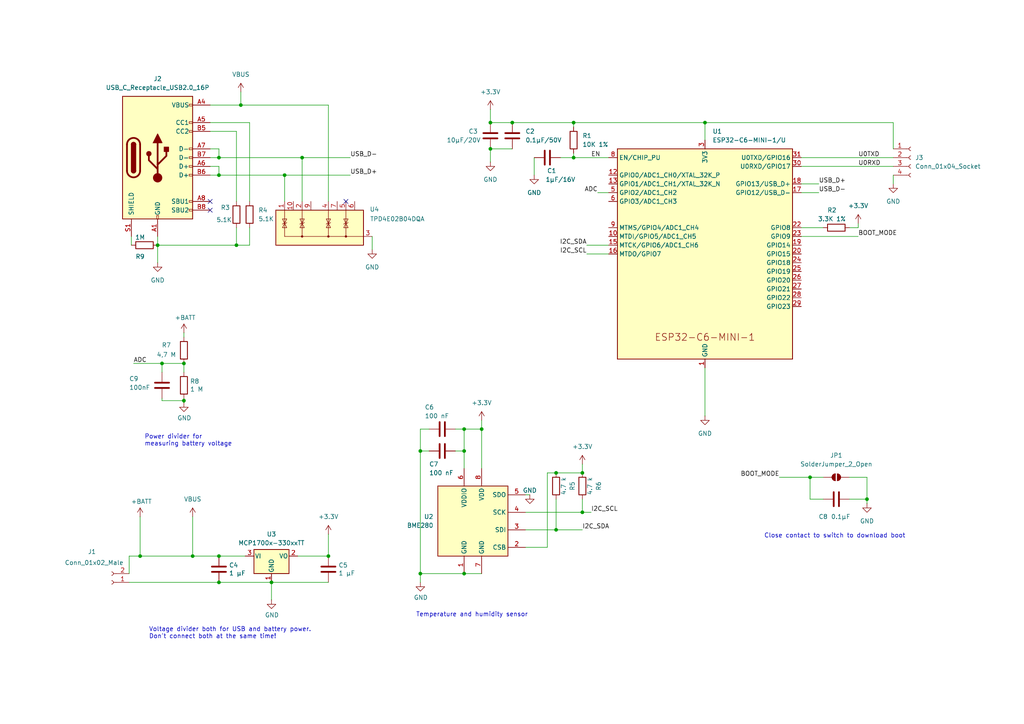
<source format=kicad_sch>
(kicad_sch (version 20231120) (generator "eeschema") (generator_version "8.0")
  (paper "A4")
  (lib_symbols
    (symbol "Connector:Conn_01x02_Female" (pin_names (offset 1.016) hide)
      (property "Reference" "J" (at 0 2.54 0))
      (property "Value" "Conn_01x02_Female" (at 0 -5.08 0))
      (symbol "Conn_01x02_Female_1_1"
        (arc (start 0 -2.032) (mid -0.5058 -2.54) (end 0 -3.048) (stroke (width 0.1524)))
        (polyline (pts (xy -1.27 -2.54) (xy -0.508 -2.54)) (stroke (width 0.1524)))
        (polyline (pts (xy -1.27 0) (xy -0.508 0)) (stroke (width 0.1524)))
        (arc (start 0 0.508) (mid -0.5058 0) (end 0 -0.508) (stroke (width 0.1524)))
        (pin passive line (at -5.08 0 0) (length 3.81) (name "Pin_1") (number "1"))
        (pin passive line (at -5.08 -2.54 0) (length 3.81) (name "Pin_2") (number "2"))
      )
    )
    (symbol "Connector:Conn_01x04_Socket" (pin_names (offset 1.016) hide)
      (property "Reference" "J" (at 0 5.08 0))
      (property "Value" "Conn_01x04_Socket" (at 0 -7.62 0))
      (symbol "Conn_01x04_Socket_1_1"
        (arc (start 0 -4.572) (mid -0.5058 -5.08) (end 0 -5.588) (stroke (width 0.1524)))
        (arc (start 0 -2.032) (mid -0.5058 -2.54) (end 0 -3.048) (stroke (width 0.1524)))
        (polyline (pts (xy -1.27 -5.08) (xy -0.508 -5.08)) (stroke (width 0.1524)))
        (polyline (pts (xy -1.27 -2.54) (xy -0.508 -2.54)) (stroke (width 0.1524)))
        (polyline (pts (xy -1.27 0) (xy -0.508 0)) (stroke (width 0.1524)))
        (polyline (pts (xy -1.27 2.54) (xy -0.508 2.54)) (stroke (width 0.1524)))
        (arc (start 0 0.508) (mid -0.5058 0) (end 0 -0.508) (stroke (width 0.1524)))
        (arc (start 0 3.048) (mid -0.5058 2.54) (end 0 2.032) (stroke (width 0.1524)))
        (pin passive line (at -5.08 2.54 0) (length 3.81) (name "Pin_1") (number "1"))
        (pin passive line (at -5.08 0 0) (length 3.81) (name "Pin_2") (number "2"))
        (pin passive line (at -5.08 -2.54 0) (length 3.81) (name "Pin_3") (number "3"))
        (pin passive line (at -5.08 -5.08 0) (length 3.81) (name "Pin_4") (number "4"))
      )
    )
    (symbol "Connector:USB_C_Receptacle_USB2.0_16P" (pin_names (offset 1.016))
      (property "Reference" "J" (at 0 22.225 0))
      (property "Value" "USB_C_Receptacle_USB2.0_16P" (at 0 19.685 0))
      (symbol "USB_C_Receptacle_USB2.0_16P_0_0"
        (rectangle (start -0.254 -17.78) (end 0.254 -16.764))
        (rectangle (start 10.16 -14.986) (end 9.144 -15.494))
        (rectangle (start 10.16 -12.446) (end 9.144 -12.954))
        (rectangle (start 10.16 -4.826) (end 9.144 -5.334))
        (rectangle (start 10.16 -2.286) (end 9.144 -2.794))
        (rectangle (start 10.16 0.254) (end 9.144 -0.254))
        (rectangle (start 10.16 2.794) (end 9.144 2.286))
        (rectangle (start 10.16 7.874) (end 9.144 7.366))
        (rectangle (start 10.16 10.414) (end 9.144 9.906))
        (rectangle (start 10.16 15.494) (end 9.144 14.986))
      )
      (symbol "USB_C_Receptacle_USB2.0_16P_0_1"
        (rectangle (start -10.16 17.78) (end 10.16 -17.78) (stroke (width 0.254)) (fill (type background)))
        (arc (start -8.89 -3.81) (mid -6.985 -5.7067) (end -5.08 -3.81) (stroke (width 0.508)))
        (arc (start -7.62 -3.81) (mid -6.985 -4.4423) (end -6.35 -3.81) (stroke (width 0.254)))
        (arc (start -7.62 -3.81) (mid -6.985 -4.4423) (end -6.35 -3.81) (stroke (width 0.254)) (fill (type outline)))
        (rectangle (start -7.62 -3.81) (end -6.35 3.81) (stroke (width 0.254)) (fill (type outline)))
        (arc (start -6.35 3.81) (mid -6.985 4.4423) (end -7.62 3.81) (stroke (width 0.254)))
        (arc (start -6.35 3.81) (mid -6.985 4.4423) (end -7.62 3.81) (stroke (width 0.254)) (fill (type outline)))
        (arc (start -5.08 3.81) (mid -6.985 5.7067) (end -8.89 3.81) (stroke (width 0.508)))
        (circle (center -2.54 1.143) (radius 0.635) (stroke (width 0.254)) (fill (type outline)))
        (circle (center 0 -5.842) (radius 1.27) (fill (type outline)))
        (polyline (pts (xy -8.89 -3.81) (xy -8.89 3.81)) (stroke (width 0.508)))
        (polyline (pts (xy -5.08 3.81) (xy -5.08 -3.81)) (stroke (width 0.508)))
        (polyline (pts (xy 0 -5.842) (xy 0 4.318)) (stroke (width 0.508)))
        (polyline (pts (xy 0 -3.302) (xy -2.54 -0.762) (xy -2.54 0.508)) (stroke (width 0.508)))
        (polyline (pts (xy 0 -2.032) (xy 2.54 0.508) (xy 2.54 1.778)) (stroke (width 0.508)))
        (polyline (pts (xy -1.27 4.318) (xy 0 6.858) (xy 1.27 4.318) (xy -1.27 4.318)) (stroke (width 0.254)) (fill (type outline)))
        (rectangle (start 1.905 1.778) (end 3.175 3.048) (stroke (width 0.254)) (fill (type outline)))
      )
      (symbol "USB_C_Receptacle_USB2.0_16P_1_1"
        (pin passive line (at 0 -22.86 90) (length 5.08) (name "GND") (number "A1"))
        (pin passive line (at 0 -22.86 90) (length 5.08) hide (name "GND") (number "A12"))
        (pin passive line (at 15.24 15.24 180) (length 5.08) (name "VBUS") (number "A4"))
        (pin bidirectional line (at 15.24 10.16 180) (length 5.08) (name "CC1") (number "A5"))
        (pin bidirectional line (at 15.24 -2.54 180) (length 5.08) (name "D+") (number "A6"))
        (pin bidirectional line (at 15.24 2.54 180) (length 5.08) (name "D-") (number "A7"))
        (pin bidirectional line (at 15.24 -12.7 180) (length 5.08) (name "SBU1") (number "A8"))
        (pin passive line (at 15.24 15.24 180) (length 5.08) hide (name "VBUS") (number "A9"))
        (pin passive line (at 0 -22.86 90) (length 5.08) hide (name "GND") (number "B1"))
        (pin passive line (at 0 -22.86 90) (length 5.08) hide (name "GND") (number "B12"))
        (pin passive line (at 15.24 15.24 180) (length 5.08) hide (name "VBUS") (number "B4"))
        (pin bidirectional line (at 15.24 7.62 180) (length 5.08) (name "CC2") (number "B5"))
        (pin bidirectional line (at 15.24 -5.08 180) (length 5.08) (name "D+") (number "B6"))
        (pin bidirectional line (at 15.24 0 180) (length 5.08) (name "D-") (number "B7"))
        (pin bidirectional line (at 15.24 -15.24 180) (length 5.08) (name "SBU2") (number "B8"))
        (pin passive line (at 15.24 15.24 180) (length 5.08) hide (name "VBUS") (number "B9"))
        (pin passive line (at -7.62 -22.86 90) (length 5.08) (name "SHIELD") (number "S1"))
      )
    )
    (symbol "Device:C" (pin_numbers hide) (pin_names (offset 0.254))
      (property "Reference" "C" (at 0.635 2.54 0))
      (property "Value" "C" (at 0.635 -2.54 0))
      (symbol "C_0_1"
        (polyline (pts (xy -2.032 -0.762) (xy 2.032 -0.762)) (stroke (width 0.508)))
        (polyline (pts (xy -2.032 0.762) (xy 2.032 0.762)) (stroke (width 0.508)))
      )
      (symbol "C_1_1"
        (pin passive line (at 0 3.81 270) (length 2.794) (name "~") (number "1"))
        (pin passive line (at 0 -3.81 90) (length 2.794) (name "~") (number "2"))
      )
    )
    (symbol "Device:R" (pin_numbers hide) (pin_names (offset 0))
      (property "Reference" "R" (at 2.032 0 90))
      (property "Value" "R" (at 0 0 90))
      (symbol "R_0_1"
        (rectangle (start -1.016 -2.54) (end 1.016 2.54) (stroke (width 0.254)))
      )
      (symbol "R_1_1"
        (pin passive line (at 0 3.81 270) (length 1.27) (name "~") (number "1"))
        (pin passive line (at 0 -3.81 90) (length 1.27) (name "~") (number "2"))
      )
    )
    (symbol "ESP32-C6-MINI-1/U_1"
      (property "Reference" "U" (at -25.4 35.56 0))
      (property "Value" "ESP32-C6-MINI-1/U" (at -25.4 33.02 0))
      (symbol "ESP32-C6-MINI-1/U_1_0_0"
        (text "ESP32-C6-MINI-1" (at 0 -24.13 0) (effects (font (size 2 2))))
      )
      (symbol "ESP32-C6-MINI-1/U_1_0_1"
        (rectangle (start -25.4 30.48) (end 25.4 -30.48) (stroke (width 0.254)) (fill (type background)))
      )
      (symbol "ESP32-C6-MINI-1/U_1_1_1"
        (pin power_in line (at 0 -33.02 90) (length 2.54) (name "GND") (number "1"))
        (pin bidirectional line (at -27.94 5.08 0) (length 2.54) (name "MTDI/GPIO5/ADC1_CH5") (number "10"))
        (pin passive line (at 0 -33.02 90) (length 2.54) hide (name "GND") (number "11"))
        (pin bidirectional line (at -27.94 22.86 0) (length 2.54) (name "GPIO0/ADC1_CH0/XTAL_32K_P") (number "12"))
        (pin bidirectional line (at -27.94 20.32 0) (length 2.54) (name "GPIO1/ADC1_CH1/XTAL_32K_N") (number "13"))
        (pin passive line (at 0 -33.02 90) (length 2.54) hide (name "GND") (number "14"))
        (pin bidirectional line (at -27.94 2.54 0) (length 2.54) (name "MTCK/GPIO6/ADC1_CH6") (number "15"))
        (pin bidirectional line (at -27.94 0 0) (length 2.54) (name "MTDO/GPIO7") (number "16"))
        (pin bidirectional line (at 27.94 17.78 180) (length 2.54) (name "GPIO12/USB_D-") (number "17"))
        (pin bidirectional line (at 27.94 20.32 180) (length 2.54) (name "GPIO13/USB_D+") (number "18"))
        (pin bidirectional line (at 27.94 2.54 180) (length 2.54) (name "GPIO14") (number "19"))
        (pin passive line (at 0 -33.02 90) (length 2.54) hide (name "GND") (number "2"))
        (pin bidirectional line (at 27.94 0 180) (length 2.54) (name "GPIO15") (number "20"))
        (pin no_connect line (at -25.4 -10.16 0) (length 2.54) hide (name "NC") (number "21"))
        (pin bidirectional line (at 27.94 7.62 180) (length 2.54) (name "GPIO8") (number "22"))
        (pin bidirectional line (at 27.94 5.08 180) (length 2.54) (name "GPIO9") (number "23"))
        (pin bidirectional line (at 27.94 -2.54 180) (length 2.54) (name "GPIO18") (number "24"))
        (pin bidirectional line (at 27.94 -5.08 180) (length 2.54) (name "GPIO19") (number "25"))
        (pin bidirectional line (at 27.94 -7.62 180) (length 2.54) (name "GPIO20") (number "26"))
        (pin bidirectional line (at 27.94 -10.16 180) (length 2.54) (name "GPIO21") (number "27"))
        (pin bidirectional line (at 27.94 -12.7 180) (length 2.54) (name "GPIO22") (number "28"))
        (pin bidirectional line (at 27.94 -15.24 180) (length 2.54) (name "GPIO23") (number "29"))
        (pin power_in line (at 0 33.02 270) (length 2.54) (name "3V3") (number "3"))
        (pin bidirectional line (at 27.94 25.4 180) (length 2.54) (name "U0RXD/GPIO17") (number "30"))
        (pin bidirectional line (at 27.94 27.94 180) (length 2.54) (name "U0TXD/GPIO16") (number "31"))
        (pin no_connect line (at -25.4 -12.7 0) (length 2.54) hide (name "NC") (number "32"))
        (pin no_connect line (at -25.4 -15.24 0) (length 2.54) hide (name "NC") (number "33"))
        (pin no_connect line (at -25.4 -17.78 0) (length 2.54) hide (name "NC") (number "34"))
        (pin no_connect line (at -25.4 -20.32 0) (length 2.54) hide (name "NC") (number "35"))
        (pin passive line (at 0 -33.02 90) (length 2.54) hide (name "GND") (number "36"))
        (pin passive line (at 0 -33.02 90) (length 2.54) hide (name "GND") (number "37"))
        (pin passive line (at 0 -33.02 90) (length 2.54) hide (name "GND") (number "38"))
        (pin passive line (at 0 -33.02 90) (length 2.54) hide (name "GND") (number "39"))
        (pin no_connect line (at -25.4 -5.08 0) (length 2.54) hide (name "NC") (number "4"))
        (pin passive line (at 0 -33.02 90) (length 2.54) hide (name "GND") (number "40"))
        (pin passive line (at 0 -33.02 90) (length 2.54) hide (name "GND") (number "41"))
        (pin passive line (at 0 -33.02 90) (length 2.54) hide (name "GND") (number "42"))
        (pin passive line (at 0 -33.02 90) (length 2.54) hide (name "GND") (number "43"))
        (pin passive line (at 0 -33.02 90) (length 2.54) hide (name "GND") (number "44"))
        (pin passive line (at 0 -33.02 90) (length 2.54) hide (name "GND") (number "45"))
        (pin passive line (at 0 -33.02 90) (length 2.54) hide (name "GND") (number "46"))
        (pin passive line (at 0 -33.02 90) (length 2.54) hide (name "GND") (number "47"))
        (pin passive line (at 0 -33.02 90) (length 2.54) hide (name "GND") (number "48"))
        (pin passive line (at 0 -33.02 90) (length 2.54) hide (name "GND") (number "49"))
        (pin bidirectional line (at -27.94 17.78 0) (length 2.54) (name "GPIO2/ADC1_CH2") (number "5"))
        (pin passive line (at 0 -33.02 90) (length 2.54) hide (name "GND") (number "50"))
        (pin passive line (at 0 -33.02 90) (length 2.54) hide (name "GND") (number "51"))
        (pin passive line (at 0 -33.02 90) (length 2.54) hide (name "GND") (number "52"))
        (pin passive line (at 0 -33.02 90) (length 2.54) hide (name "GND") (number "53"))
        (pin bidirectional line (at -27.94 15.24 0) (length 2.54) (name "GPIO3/ADC1_CH3") (number "6"))
        (pin no_connect line (at -25.4 -7.62 0) (length 2.54) hide (name "NC") (number "7"))
        (pin input line (at -27.94 27.94 0) (length 2.54) (name "EN/CHIP_PU") (number "8"))
        (pin bidirectional line (at -27.94 7.62 0) (length 2.54) (name "MTMS/GPIO4/ADC1_CH4") (number "9"))
      )
    )
    (symbol "Jumper:SolderJumper_2_Open" (pin_numbers hide) (pin_names (offset 0) hide) (exclude_from_sim yes) (in_bom no)
      (property "Reference" "JP" (at 0 2.032 0))
      (property "Value" "SolderJumper_2_Open" (at 0 -2.54 0))
      (symbol "SolderJumper_2_Open_0_1"
        (arc (start -0.254 1.016) (mid -1.2656 0) (end -0.254 -1.016))
        (arc (start -0.254 1.016) (mid -1.2656 0) (end -0.254 -1.016) (fill (type outline)))
        (polyline (pts (xy -0.254 1.016) (xy -0.254 -1.016)))
        (polyline (pts (xy 0.254 1.016) (xy 0.254 -1.016)))
        (arc (start 0.254 -1.016) (mid 1.2656 0) (end 0.254 1.016))
        (arc (start 0.254 -1.016) (mid 1.2656 0) (end 0.254 1.016) (fill (type outline)))
      )
      (symbol "SolderJumper_2_Open_1_1"
        (pin passive line (at -3.81 0 0) (length 2.54) (name "A") (number "1"))
        (pin passive line (at 3.81 0 180) (length 2.54) (name "B") (number "2"))
      )
    )
    (symbol "Power_Protection:TPD4E02B04DQA" (pin_names hide)
      (property "Reference" "U" (at 2.54 -11.43 0))
      (property "Value" "TPD4E02B04DQA" (at 7.62 1.905 0))
      (symbol "TPD4E02B04DQA_0_0"
        (pin passive line (at 2.54 -15.24 90) (length 2.54) (name "G") (number "3"))
      )
      (symbol "TPD4E02B04DQA_0_1"
        (rectangle (start -5.08 12.7) (end 5.08 -12.7) (stroke (width 0.254)) (fill (type background)))
        (polyline (pts (xy -5.08 -7.62) (xy 2.54 -7.62)))
        (polyline (pts (xy -5.08 -2.54) (xy 2.54 -2.54)))
        (polyline (pts (xy -5.08 5.08) (xy 2.54 5.08)))
        (polyline (pts (xy -5.08 10.16) (xy 2.54 10.16)))
        (polyline (pts (xy 2.54 10.16) (xy 2.54 -12.7)) (stroke (width 0.1524)))
        (polyline (pts (xy -1.27 -7.62) (xy 0 -8.255) (xy 0 -6.985) (xy -1.27 -7.62)))
        (polyline (pts (xy -1.27 -2.54) (xy 0 -3.175) (xy 0 -1.905) (xy -1.27 -2.54)))
        (polyline (pts (xy -1.27 5.08) (xy 0 4.445) (xy 0 5.715) (xy -1.27 5.08)))
        (polyline (pts (xy -1.27 10.16) (xy 0 9.525) (xy 0 10.795) (xy -1.27 10.16)))
        (circle (center 2.54 -7.62) (radius 0.254) (fill (type outline)))
        (circle (center 2.54 -2.54) (radius 0.254) (fill (type outline)))
        (circle (center 2.54 5.08) (radius 0.254) (fill (type outline)))
      )
      (symbol "TPD4E02B04DQA_1_1"
        (polyline (pts (xy -1.524 -8.255) (xy -1.27 -8.001) (xy -1.27 -7.239) (xy -1.016 -6.985)))
        (polyline (pts (xy -1.524 -3.175) (xy -1.27 -2.921) (xy -1.27 -2.159) (xy -1.016 -1.905)))
        (polyline (pts (xy -1.524 4.445) (xy -1.27 4.699) (xy -1.27 5.461) (xy -1.016 5.715)))
        (polyline (pts (xy -1.524 9.525) (xy -1.27 9.779) (xy -1.27 10.541) (xy -1.016 10.795)))
        (polyline (pts (xy -1.27 -7.62) (xy -2.54 -8.255) (xy -2.54 -6.985) (xy -1.27 -7.62)))
        (polyline (pts (xy -1.27 -2.54) (xy -2.54 -3.175) (xy -2.54 -1.905) (xy -1.27 -2.54)))
        (polyline (pts (xy -1.27 5.08) (xy -2.54 4.445) (xy -2.54 5.715) (xy -1.27 5.08)))
        (polyline (pts (xy -1.27 10.16) (xy -2.54 9.525) (xy -2.54 10.795) (xy -1.27 10.16)))
        (pin passive line (at -7.62 10.16 0) (length 2.54) (name "IO1") (number "1"))
        (pin free line (at -7.62 7.62 0) (length 2.54) (name "NC") (number "10"))
        (pin passive line (at -7.62 5.08 0) (length 2.54) (name "IO2") (number "2"))
        (pin passive line (at -7.62 -2.54 0) (length 2.54) (name "IO3") (number "4"))
        (pin passive line (at -7.62 -7.62 0) (length 2.54) (name "IO4") (number "5"))
        (pin free line (at -7.62 -10.16 0) (length 2.54) (name "NC") (number "6"))
        (pin free line (at -7.62 -5.08 0) (length 2.54) (name "NC") (number "7"))
        (pin passive line (at 2.54 -15.24 90) (length 2.54) hide (name "G") (number "8"))
        (pin free line (at -7.62 2.54 0) (length 2.54) (name "NC") (number "9"))
      )
    )
    (symbol "Regulator_Linear:MCP1700x-330xxTT" (pin_names (offset 0.254))
      (property "Reference" "U" (at -3.81 3.175 0))
      (property "Value" "MCP1700x-330xxTT" (at 0 3.175 0))
      (symbol "MCP1700x-330xxTT_0_1"
        (rectangle (start -5.08 1.905) (end 5.08 -5.08) (stroke (width 0.254)) (fill (type background)))
      )
      (symbol "MCP1700x-330xxTT_1_1"
        (pin power_in line (at 0 -7.62 90) (length 2.54) (name "GND") (number "1"))
        (pin power_out line (at 7.62 0 180) (length 2.54) (name "VO") (number "2"))
        (pin power_in line (at -7.62 0 0) (length 2.54) (name "VI") (number "3"))
      )
    )
    (symbol "Sensor:BME280"
      (property "Reference" "U" (at -8.89 11.43 0))
      (property "Value" "BME280" (at 7.62 11.43 0))
      (symbol "BME280_0_1"
        (rectangle (start -10.16 10.16) (end 10.16 -10.16) (stroke (width 0.254)) (fill (type background)))
      )
      (symbol "BME280_1_1"
        (pin power_in line (at -2.54 -15.24 90) (length 5.08) (name "GND") (number "1"))
        (pin input line (at 15.24 -7.62 180) (length 5.08) (name "CSB") (number "2"))
        (pin bidirectional line (at 15.24 -2.54 180) (length 5.08) (name "SDI") (number "3"))
        (pin input line (at 15.24 2.54 180) (length 5.08) (name "SCK") (number "4"))
        (pin bidirectional line (at 15.24 7.62 180) (length 5.08) (name "SDO") (number "5"))
        (pin power_in line (at -2.54 15.24 270) (length 5.08) (name "VDDIO") (number "6"))
        (pin power_in line (at 2.54 -15.24 90) (length 5.08) (name "GND") (number "7"))
        (pin power_in line (at 2.54 15.24 270) (length 5.08) (name "VDD") (number "8"))
      )
    )
    (symbol "power:+3.3V" (power) (pin_numbers hide) (pin_names (offset 0) hide)
      (property "Value" "+3.3V" (at 0 3.556 0))
      (symbol "+3.3V_0_1"
        (polyline (pts (xy -0.762 1.27) (xy 0 2.54)))
        (polyline (pts (xy 0 0) (xy 0 2.54)))
        (polyline (pts (xy 0 2.54) (xy 0.762 1.27)))
      )
      (symbol "+3.3V_1_1"
        (pin power_in line (at 0 0 90) (length 0) (name "~") (number "1"))
      )
    )
    (symbol "power:+BATT" (power) (pin_numbers hide) (pin_names (offset 0) hide)
      (property "Value" "+BATT" (at 0 3.556 0))
      (symbol "+BATT_0_1"
        (polyline (pts (xy -0.762 1.27) (xy 0 2.54)))
        (polyline (pts (xy 0 0) (xy 0 2.54)))
        (polyline (pts (xy 0 2.54) (xy 0.762 1.27)))
      )
      (symbol "+BATT_1_1"
        (pin power_in line (at 0 0 90) (length 0) (name "~") (number "1"))
      )
    )
    (symbol "power:GND" (power) (pin_numbers hide) (pin_names (offset 0) hide)
      (property "Value" "GND" (at 0 -3.81 0))
      (symbol "GND_0_1"
        (polyline (pts (xy 0 0) (xy 0 -1.27) (xy 1.27 -1.27) (xy 0 -2.54) (xy -1.27 -1.27) (xy 0 -1.27)))
      )
      (symbol "GND_1_1"
        (pin power_in line (at 0 0 270) (length 0) (name "~") (number "1"))
      )
    )
    (symbol "power:VBUS" (power) (pin_numbers hide) (pin_names (offset 0) hide)
      (property "Value" "VBUS" (at 0 3.556 0))
      (symbol "VBUS_0_1"
        (polyline (pts (xy -0.762 1.27) (xy 0 2.54)))
        (polyline (pts (xy 0 0) (xy 0 2.54)))
        (polyline (pts (xy 0 2.54) (xy 0.762 1.27)))
      )
      (symbol "VBUS_1_1"
        (pin power_in line (at 0 0 90) (length 0) (name "~") (number "1"))
      )
    )
  )
  (junction (at 63.5 45.72))
  (junction (at 134.62 130.81))
  (junction (at 69.85 30.48))
  (junction (at 78.74 168.91))
  (junction (at 166.37 35.56))
  (junction (at 82.55 50.8))
  (junction (at 95.25 161.29))
  (junction (at 68.58 71.12))
  (junction (at 148.59 35.56))
  (junction (at 142.24 43.18))
  (junction (at 45.72 71.12))
  (junction (at 87.63 45.72))
  (junction (at 134.62 124.46))
  (junction (at 168.91 148.59))
  (junction (at 234.95 138.43))
  (junction (at 63.5 161.29))
  (junction (at 40.64 161.29))
  (junction (at 63.5 168.91))
  (junction (at 161.29 153.67))
  (junction (at 134.62 166.37))
  (junction (at 251.46 144.78))
  (junction (at 53.34 116.205))
  (junction (at 139.7 124.46))
  (junction (at 168.91 137.16))
  (junction (at 121.92 166.37))
  (junction (at 161.29 137.16))
  (junction (at 46.99 105.41))
  (junction (at 63.5 50.8))
  (junction (at 142.24 35.56))
  (junction (at 55.88 161.29))
  (junction (at 121.92 130.81))
  (junction (at 204.47 35.56))
  (junction (at 166.37 45.72))
  (junction (at 53.34 105.41))
  (no_connect (at 60.96 58.42))
  (no_connect (at 60.96 60.96))
  (no_connect (at 100.33 58.42))
  (wire (pts (xy 134.62 130.81) (xy 134.62 135.89)))
  (wire (pts (xy 246.38 144.78) (xy 251.46 144.78)))
  (wire (pts (xy 121.92 166.37) (xy 121.92 168.91)))
  (wire (pts (xy 38.1 71.12) (xy 38.1 68.58)))
  (wire (pts (xy 63.5 168.91) (xy 78.74 168.91)))
  (wire (pts (xy 60.96 30.48) (xy 69.85 30.48)))
  (wire (pts (xy 166.37 45.72) (xy 166.37 44.45)))
  (wire (pts (xy 134.62 130.81) (xy 132.08 130.81)))
  (wire (pts (xy 60.96 48.26) (xy 63.5 48.26)))
  (wire (pts (xy 95.25 154.94) (xy 95.25 161.29)))
  (wire (pts (xy 63.5 161.29) (xy 71.12 161.29)))
  (wire (pts (xy 82.55 50.8) (xy 82.55 58.42)))
  (wire (pts (xy 232.41 45.72) (xy 259.08 45.72)))
  (wire (pts (xy 232.41 48.26) (xy 259.08 48.26)))
  (wire (pts (xy 87.63 45.72) (xy 101.6 45.72)))
  (wire (pts (xy 142.24 35.56) (xy 148.59 35.56)))
  (wire (pts (xy 46.99 105.41) (xy 38.735 105.41)))
  (wire (pts (xy 121.92 130.81) (xy 121.92 166.37)))
  (wire (pts (xy 142.24 31.75) (xy 142.24 35.56)))
  (wire (pts (xy 46.99 105.41) (xy 46.99 107.95)))
  (wire (pts (xy 37.465 161.29) (xy 40.64 161.29)))
  (wire (pts (xy 232.41 55.88) (xy 237.49 55.88)))
  (wire (pts (xy 152.4 153.67) (xy 161.29 153.67)))
  (wire (pts (xy 45.72 71.12) (xy 45.72 68.58)))
  (wire (pts (xy 152.4 143.51) (xy 153.67 143.51)))
  (wire (pts (xy 158.75 137.16) (xy 161.29 137.16)))
  (wire (pts (xy 154.94 45.72) (xy 154.94 50.8)))
  (wire (pts (xy 45.72 71.12) (xy 45.72 76.2)))
  (wire (pts (xy 204.47 106.68) (xy 204.47 120.65)))
  (wire (pts (xy 232.41 68.58) (xy 248.92 68.58)))
  (wire (pts (xy 142.24 43.18) (xy 148.59 43.18)))
  (wire (pts (xy 72.39 71.12) (xy 68.58 71.12)))
  (wire (pts (xy 121.92 124.46) (xy 121.92 130.81)))
  (wire (pts (xy 168.91 134.62) (xy 168.91 137.16)))
  (wire (pts (xy 161.29 153.67) (xy 168.91 153.67)))
  (wire (pts (xy 148.59 35.56) (xy 166.37 35.56)))
  (wire (pts (xy 53.34 116.205) (xy 53.34 116.84)))
  (wire (pts (xy 86.36 161.29) (xy 95.25 161.29)))
  (wire (pts (xy 142.24 43.18) (xy 142.24 46.99)))
  (wire (pts (xy 234.95 138.43) (xy 238.76 138.43)))
  (wire (pts (xy 121.92 166.37) (xy 134.62 166.37)))
  (wire (pts (xy 161.29 144.78) (xy 161.29 153.67)))
  (wire (pts (xy 232.41 66.04) (xy 238.76 66.04)))
  (wire (pts (xy 40.64 149.86) (xy 40.64 161.29)))
  (wire (pts (xy 173.355 55.88) (xy 176.53 55.88)))
  (wire (pts (xy 60.96 35.56) (xy 72.39 35.56)))
  (wire (pts (xy 139.7 124.46) (xy 134.62 124.46)))
  (wire (pts (xy 37.465 168.91) (xy 63.5 168.91)))
  (wire (pts (xy 248.92 64.77) (xy 248.92 66.04)))
  (wire (pts (xy 232.41 53.34) (xy 237.49 53.34)))
  (wire (pts (xy 166.37 35.56) (xy 166.37 36.83)))
  (wire (pts (xy 37.465 166.37) (xy 37.465 161.29)))
  (wire (pts (xy 55.88 161.29) (xy 63.5 161.29)))
  (wire (pts (xy 69.85 30.48) (xy 95.25 30.48)))
  (wire (pts (xy 152.4 158.75) (xy 158.75 158.75)))
  (wire (pts (xy 158.75 158.75) (xy 158.75 137.16)))
  (wire (pts (xy 139.7 121.92) (xy 139.7 124.46)))
  (wire (pts (xy 63.5 48.26) (xy 63.5 50.8)))
  (wire (pts (xy 204.47 35.56) (xy 166.37 35.56)))
  (wire (pts (xy 60.96 50.8) (xy 63.5 50.8)))
  (wire (pts (xy 53.34 115.57) (xy 53.34 116.205)))
  (wire (pts (xy 259.08 50.8) (xy 259.08 53.34)))
  (wire (pts (xy 63.5 43.18) (xy 63.5 45.72)))
  (wire (pts (xy 121.92 130.81) (xy 124.46 130.81)))
  (wire (pts (xy 246.38 66.04) (xy 248.92 66.04)))
  (wire (pts (xy 72.39 35.56) (xy 72.39 58.42)))
  (wire (pts (xy 95.25 30.48) (xy 95.25 58.42)))
  (wire (pts (xy 166.37 45.72) (xy 176.53 45.72)))
  (wire (pts (xy 55.88 149.86) (xy 55.88 161.29)))
  (wire (pts (xy 170.18 73.66) (xy 176.53 73.66)))
  (wire (pts (xy 246.38 138.43) (xy 251.46 138.43)))
  (wire (pts (xy 251.46 144.78) (xy 251.46 146.05)))
  (wire (pts (xy 107.95 68.58) (xy 107.95 72.39)))
  (wire (pts (xy 204.47 35.56) (xy 259.08 35.56)))
  (wire (pts (xy 152.4 148.59) (xy 168.91 148.59)))
  (wire (pts (xy 40.64 161.29) (xy 55.88 161.29)))
  (wire (pts (xy 204.47 35.56) (xy 204.47 40.64)))
  (wire (pts (xy 78.74 168.91) (xy 95.25 168.91)))
  (wire (pts (xy 161.29 137.16) (xy 168.91 137.16)))
  (wire (pts (xy 60.96 45.72) (xy 63.5 45.72)))
  (wire (pts (xy 251.46 138.43) (xy 251.46 144.78)))
  (wire (pts (xy 68.58 71.12) (xy 68.58 66.04)))
  (wire (pts (xy 162.56 45.72) (xy 166.37 45.72)))
  (wire (pts (xy 168.91 148.59) (xy 171.45 148.59)))
  (wire (pts (xy 60.96 38.1) (xy 68.58 38.1)))
  (wire (pts (xy 170.18 71.12) (xy 176.53 71.12)))
  (wire (pts (xy 69.85 26.67) (xy 69.85 30.48)))
  (wire (pts (xy 82.55 50.8) (xy 101.6 50.8)))
  (wire (pts (xy 72.39 66.04) (xy 72.39 71.12)))
  (wire (pts (xy 134.62 124.46) (xy 134.62 130.81)))
  (wire (pts (xy 78.74 168.91) (xy 78.74 173.99)))
  (wire (pts (xy 53.34 96.52) (xy 53.34 97.79)))
  (wire (pts (xy 134.62 166.37) (xy 139.7 166.37)))
  (wire (pts (xy 68.58 38.1) (xy 68.58 58.42)))
  (wire (pts (xy 53.34 105.41) (xy 46.99 105.41)))
  (wire (pts (xy 134.62 124.46) (xy 132.08 124.46)))
  (wire (pts (xy 46.99 116.205) (xy 46.99 115.57)))
  (wire (pts (xy 234.95 144.78) (xy 238.76 144.78)))
  (wire (pts (xy 139.7 124.46) (xy 139.7 135.89)))
  (wire (pts (xy 53.34 116.205) (xy 46.99 116.205)))
  (wire (pts (xy 53.34 105.41) (xy 53.34 107.95)))
  (wire (pts (xy 63.5 45.72) (xy 87.63 45.72)))
  (wire (pts (xy 45.72 71.12) (xy 68.58 71.12)))
  (wire (pts (xy 63.5 50.8) (xy 82.55 50.8)))
  (wire (pts (xy 168.91 144.78) (xy 168.91 148.59)))
  (wire (pts (xy 226.06 138.43) (xy 234.95 138.43)))
  (wire (pts (xy 259.08 35.56) (xy 259.08 43.18)))
  (wire (pts (xy 87.63 45.72) (xy 87.63 58.42)))
  (wire (pts (xy 234.95 138.43) (xy 234.95 144.78)))
  (wire (pts (xy 121.92 124.46) (xy 124.46 124.46)))
  (wire (pts (xy 60.96 43.18) (xy 63.5 43.18)))
  (text "Voltage divider both for USB and battery power.\nDon't connect both at the same time!" (at 43.18 185.42 0) (effects (font (size 1.27 1.27)) (justify left bottom)))
  (text "Temperature and humidity sensor\n" (at 120.65 179.07 0) (effects (font (size 1.27 1.27)) (justify left bottom)))
  (text "Close contact to switch to download boot" (at 221.615 156.21 0) (effects (font (size 1.27 1.27)) (justify left bottom)))
  (text "Power divider for \nmeasuring battery voltage" (at 41.91 129.54 0) (effects (font (size 1.27 1.27)) (justify left bottom)))
  (label "USB_D-" (at 101.6 45.72 0))
  (label "ADC" (at 173.355 55.88 180))
  (label "I2C_SDA" (at 168.91 153.67 0))
  (label "EN" (at 171.45 45.72 0))
  (label "USB_D-" (at 237.49 55.88 0))
  (label "U0TXD" (at 248.92 45.72 0))
  (label "USB_D+" (at 101.6 50.8 0))
  (label "U0RXD" (at 248.92 48.26 0))
  (label "I2C_SCL" (at 170.18 73.66 180))
  (label "USB_D+" (at 237.49 53.34 0))
  (label "I2C_SDA" (at 170.18 71.12 180))
  (label "BOOT_MODE" (at 248.92 68.58 0))
  (label "ADC" (at 38.735 105.41 0))
  (label "BOOT_MODE" (at 226.06 138.43 180))
  (label "I2C_SCL" (at 171.45 148.59 0))
  (symbol (lib_id "Device:C") (at 242.57 144.78 270) (unit 1)
    (property "Reference" "C8" (at 238.76 149.86 90))
    (property "Value" "0.1µF" (at 243.84 149.86 90))
    (property "Footprint" "Capacitor_SMD:C_0603_1608Metric" (effects (hide yes)))
    (property "Description" "Unpolarized capacitor" (effects (hide yes)))
  )
  (symbol (lib_id "power:GND") (at 121.92 168.91 0) (unit 1)
    (property "Reference" "#PWR014" (effects (hide yes)))
    (property "Value" "GND" (at 122.047 173.3042 0))
    (property "Description" "Power symbol creates a global label with name \"GND\" , ground" (effects (hide yes)))
  )
  (symbol (lib_id "power:GND") (at 78.74 173.99 0) (unit 1)
    (property "Reference" "#PWR010" (effects (hide yes)))
    (property "Value" "GND" (at 78.867 178.3842 0))
    (property "Description" "Power symbol creates a global label with name \"GND\" , ground" (effects (hide yes)))
  )
  (symbol (lib_id "power:GND") (at 45.72 76.2 0) (unit 1)
    (property "Reference" "#PWR08" (effects (hide yes)))
    (property "Value" "GND" (at 45.72 81.28 0))
    (property "Description" "Power symbol creates a global label with name \"GND\" , ground" (effects (hide yes)))
  )
  (symbol (lib_id "power:+3.3V") (at 139.7 121.92 0) (unit 1)
    (property "Reference" "#PWR015" (effects (hide yes)))
    (property "Value" "+3.3V" (at 139.7 116.84 0))
    (property "Description" "Power symbol creates a global label with name \"+3.3V\"" (effects (hide yes)))
  )
  (symbol (lib_id "Device:C") (at 95.25 165.1 0) (unit 1)
    (property "Reference" "C5" (at 98.171 163.9316 0) (effects (justify left)))
    (property "Value" "1 µF" (at 98.171 166.243 0) (effects (justify left)))
    (property "Footprint" "Capacitor_SMD:C_0603_1608Metric" (effects (hide yes)))
    (property "Description" "Unpolarized capacitor" (effects (hide yes)))
  )
  (symbol (lib_id "power:VBUS") (at 55.88 149.86 0) (unit 1)
    (property "Reference" "#PWR013" (effects (hide yes)))
    (property "Value" "VBUS" (at 55.88 144.78 0))
    (property "Description" "Power symbol creates a global label with name \"VBUS\"" (effects (hide yes)))
  )
  (symbol (lib_id "Device:C") (at 46.99 111.76 180) (unit 1)
    (property "Reference" "C9" (at 37.465 109.855 0) (effects (justify right)))
    (property "Value" "100nF" (at 37.465 112.395 0) (effects (justify right)))
    (property "Footprint" "Capacitor_SMD:C_0603_1608Metric" (effects (hide yes)))
    (property "Description" "Unpolarized capacitor" (effects (hide yes)))
  )
  (symbol (lib_id "Device:C") (at 142.24 39.37 0) (unit 1)
    (property "Reference" "C3" (at 135.89 38.1 0) (effects (justify left)))
    (property "Value" "10µF/20V" (at 129.54 40.64 0) (effects (justify left)))
    (property "Footprint" "Capacitor_SMD:C_0603_1608Metric" (effects (hide yes)))
    (property "Description" "Unpolarized capacitor" (effects (hide yes)))
  )
  (symbol (lib_id "Device:C") (at 128.27 124.46 270) (unit 1)
    (property "Reference" "C6" (at 123.19 118.11 90) (effects (justify left)))
    (property "Value" "100 nF" (at 123.19 120.65 90) (effects (justify left)))
    (property "Footprint" "Capacitor_SMD:C_0603_1608Metric" (effects (hide yes)))
    (property "Description" "Unpolarized capacitor" (effects (hide yes)))
  )
  (symbol (lib_id "Device:C") (at 148.59 39.37 0) (unit 1)
    (property "Reference" "C2" (at 152.4 38.0999 0) (effects (justify left)))
    (property "Value" "0.1µF/50V" (at 152.4 40.6399 0) (effects (justify left)))
    (property "Footprint" "Capacitor_SMD:C_0603_1608Metric" (effects (hide yes)))
    (property "Description" "Unpolarized capacitor" (effects (hide yes)))
  )
  (symbol (lib_id "power:+3.3V") (at 168.91 134.62 0) (unit 1)
    (property "Reference" "#PWR017" (effects (hide yes)))
    (property "Value" "+3.3V" (at 168.91 129.54 0))
    (property "Description" "Power symbol creates a global label with name \"+3.3V\"" (effects (hide yes)))
  )
  (symbol (lib_id "power:+3.3V") (at 248.92 64.77 0) (unit 1)
    (property "Reference" "#PWR05" (effects (hide yes)))
    (property "Value" "+3.3V" (at 248.92 59.69 0))
    (property "Description" "Power symbol creates a global label with name \"+3.3V\"" (effects (hide yes)))
  )
  (symbol (lib_id "Jumper:SolderJumper_2_Open") (at 242.57 138.43 0) (unit 1)
    (property "Reference" "JP1" (at 242.57 132.08 0))
    (property "Value" "SolderJumper_2_Open" (at 242.57 134.62 0))
    (property "Footprint" "Jumper:SolderJumper-2_P1.3mm_Open_RoundedPad1.0x1.5mm" (effects (hide yes)))
    (property "Description" "Solder Jumper, 2-pole, open" (effects (hide yes)))
  )
  (symbol (lib_id "power:+BATT") (at 53.34 96.52 0) (unit 1)
    (property "Reference" "#PWR019" (effects (hide yes)))
    (property "Value" "+BATT" (at 53.721 92.1258 0))
    (property "Description" "Power symbol creates a global label with name \"+BATT\"" (effects (hide yes)))
  )
  (symbol (lib_id "power:GND") (at 154.94 50.8 0) (unit 1)
    (property "Reference" "#PWR02" (effects (hide yes)))
    (property "Value" "GND" (at 154.94 55.88 0))
    (property "Description" "Power symbol creates a global label with name \"GND\" , ground" (effects (hide yes)))
  )
  (symbol (lib_id "Device:R") (at 161.29 140.97 0) (unit 1)
    (property "Reference" "R5" (at 166.0058 140.97 90))
    (property "Value" "4.7 k" (at 163.4689 140.97 90))
    (property "Footprint" "Resistor_SMD:R_0603_1608Metric" (effects (hide yes)))
    (property "Description" "Resistor" (effects (hide yes)))
  )
  (symbol (lib_id "Connector:USB_C_Receptacle_USB2.0_16P") (at 45.72 45.72 0) (unit 1)
    (property "Reference" "J2" (at 45.72 22.86 0))
    (property "Value" "USB_C_Receptacle_USB2.0_16P" (at 45.72 25.4 0))
    (property "Footprint" "Connector_USB:USB_C_Receptacle_GCT_USB4110" (effects (hide yes)))
    (property "Datasheet" "https://www.usb.org/sites/default/files/documents/usb_type-c.zip" (effects (hide yes)))
    (property "Description" "USB 2.0-only 16P Type-C Receptacle connector" (effects (hide yes)))
  )
  (symbol (lib_id "Device:R") (at 68.58 62.23 0) (unit 1)
    (property "Reference" "R3" (at 64.008 60.198 0) (effects (justify left)))
    (property "Value" "5.1K" (at 62.738 63.754 0) (effects (justify left)))
    (property "Footprint" "Resistor_SMD:R_0603_1608Metric" (effects (hide yes)))
    (property "Description" "Resistor" (effects (hide yes)))
  )
  (symbol (lib_id "Connector:Conn_01x04_Socket") (at 264.16 45.72 0) (unit 1)
    (property "Reference" "J3" (at 265.43 45.7199 0) (effects (justify left)))
    (property "Value" "Conn_01x04_Socket" (at 265.43 48.2599 0) (effects (justify left)))
    (property "Footprint" "Connector_PinHeader_2.54mm:PinHeader_1x04_P2.54mm_Vertical" (effects (hide yes)))
    (property "Description" "Generic connector, single row, 01x04, script generated" (effects (hide yes)))
  )
  (symbol (lib_id "Device:R") (at 242.57 66.04 90) (unit 1)
    (property "Reference" "R2" (at 241.3 60.96 90))
    (property "Value" "3.3K 1%" (at 241.3 63.5 90))
    (property "Footprint" "Resistor_SMD:R_0603_1608Metric" (effects (hide yes)))
    (property "Description" "Resistor" (effects (hide yes)))
  )
  (symbol (lib_id "power:+3.3V") (at 142.24 31.75 0) (unit 1)
    (property "Reference" "#PWR04" (effects (hide yes)))
    (property "Value" "+3.3V" (at 142.24 26.67 0))
    (property "Description" "Power symbol creates a global label with name \"+3.3V\"" (effects (hide yes)))
  )
  (symbol (lib_id "power:GND") (at 153.67 143.51 0) (unit 1)
    (property "Reference" "#PWR016" (effects (hide yes)))
    (property "Value" "GND" (at 153.67 142.24 0))
    (property "Description" "Power symbol creates a global label with name \"GND\" , ground" (effects (hide yes)))
  )
  (symbol (lib_id "power:GND") (at 259.08 53.34 0) (unit 1)
    (property "Reference" "#PWR012" (effects (hide yes)))
    (property "Value" "GND" (at 259.08 58.42 0))
    (property "Description" "Power symbol creates a global label with name \"GND\" , ground" (effects (hide yes)))
  )
  (symbol (lib_id "power:+BATT") (at 40.64 149.86 0) (unit 1)
    (property "Reference" "#PWR09" (effects (hide yes)))
    (property "Value" "+BATT" (at 41.021 145.4658 0))
    (property "Description" "Power symbol creates a global label with name \"+BATT\"" (effects (hide yes)))
  )
  (symbol (lib_id "power:VBUS") (at 69.85 26.67 0) (unit 1)
    (property "Reference" "#PWR06" (effects (hide yes)))
    (property "Value" "VBUS" (at 69.85 21.59 0))
    (property "Description" "Power symbol creates a global label with name \"VBUS\"" (effects (hide yes)))
  )
  (symbol (lib_id "Sensor:BME280") (at 137.16 151.13 0) (unit 1)
    (property "Reference" "U2" (at 125.73 149.8599 0) (effects (justify right)))
    (property "Value" "BME280" (at 125.73 152.3999 0) (effects (justify right)))
    (property "Footprint" "Package_LGA:Bosch_LGA-8_2.5x2.5mm_P0.65mm_ClockwisePinNumbering" (effects (hide yes)))
    (property "Datasheet" "https://www.bosch-sensortec.com/media/boschsensortec/downloads/datasheets/bst-bme280-ds002.pdf" (effects (hide yes)))
    (property "Description" "3-in-1 sensor, humidity, pressure, temperature, I2C and SPI interface, 1.71-3.6V, LGA-8" (effects (hide yes)))
  )
  (symbol (lib_id "Device:R") (at 168.91 140.97 0) (unit 1)
    (property "Reference" "R6" (at 173.6258 140.97 90))
    (property "Value" "4.7 k" (at 171.0889 140.97 90))
    (property "Footprint" "Resistor_SMD:R_0603_1608Metric" (effects (hide yes)))
    (property "Description" "Resistor" (effects (hide yes)))
  )
  (symbol (lib_id "Device:R") (at 72.39 62.23 0) (unit 1)
    (property "Reference" "R4" (at 74.93 60.9599 0) (effects (justify left)))
    (property "Value" "5.1K" (at 74.93 63.4999 0) (effects (justify left)))
    (property "Footprint" "Resistor_SMD:R_0603_1608Metric" (effects (hide yes)))
    (property "Description" "Resistor" (effects (hide yes)))
  )
  (symbol (lib_id "Device:R") (at 53.34 101.6 0) (unit 1)
    (property "Reference" "R7" (at 48.26 100.1014 0))
    (property "Value" "4,7 M" (at 48.26 102.87 0))
    (property "Footprint" "Resistor_SMD:R_0603_1608Metric" (effects (hide yes)))
    (property "Description" "Resistor" (effects (hide yes)))
  )
  (symbol (lib_id "Regulator_Linear:MCP1700x-330xxTT") (at 78.74 161.29 0) (unit 1)
    (property "Reference" "U3" (at 78.74 154.94 0))
    (property "Value" "MCP1700x-330xxTT" (at 78.74 157.48 0))
    (property "Footprint" "Package_TO_SOT_SMD:SOT-23" (effects (hide yes)))
    (property "Datasheet" "http://ww1.microchip.com/downloads/en/DeviceDoc/20001826D.pdf" (effects (hide yes)))
    (property "Description" "250mA Low Quiscent Current LDO, 3.3V output, SOT-23" (effects (hide yes)))
  )
  (symbol (lib_id "power:GND") (at 251.46 146.05 0) (unit 1)
    (property "Reference" "#PWR018" (effects (hide yes)))
    (property "Value" "GND" (at 251.46 151.13 0))
    (property "Description" "Power symbol creates a global label with name \"GND\" , ground" (effects (hide yes)))
  )
  (symbol (lib_id "Device:R") (at 41.91 71.12 90) (unit 1)
    (property "Reference" "R9" (at 40.64 74.422 90))
    (property "Value" "1M" (at 40.64 68.834 90))
    (property "Footprint" "Resistor_SMD:R_0603_1608Metric" (effects (hide yes)))
    (property "Description" "Resistor" (effects (hide yes)))
  )
  (symbol (lib_id "Connector:Conn_01x02_Female") (at 32.385 168.91 180) (unit 1)
    (property "Reference" "J1" (at 26.67 160.02 0))
    (property "Value" "Conn_01x02_Male" (at 27.305 163.195 0))
    (property "Footprint" "Connector_JST:JST_XH_B2B-XH-AM_1x02_P2.50mm_Vertical" (effects (hide yes)))
  )
  (symbol (lib_id "power:GND") (at 204.47 120.65 0) (unit 1)
    (property "Reference" "#PWR01" (effects (hide yes)))
    (property "Value" "GND" (at 204.47 125.73 0))
    (property "Description" "Power symbol creates a global label with name \"GND\" , ground" (effects (hide yes)))
  )
  (symbol (lib_id "Device:C") (at 128.27 130.81 270) (unit 1)
    (property "Reference" "C7" (at 124.46 134.62 90) (effects (justify left)))
    (property "Value" "100 nF" (at 124.46 137.16 90) (effects (justify left)))
    (property "Footprint" "Capacitor_SMD:C_0603_1608Metric" (effects (hide yes)))
    (property "Description" "Unpolarized capacitor" (effects (hide yes)))
  )
  (symbol (lib_id "Device:R") (at 53.34 111.76 0) (unit 1)
    (property "Reference" "R8" (at 55.118 110.5916 0) (effects (justify left)))
    (property "Value" "1 M" (at 55.118 112.903 0) (effects (justify left)))
    (property "Footprint" "Resistor_SMD:R_0603_1608Metric" (effects (hide yes)))
    (property "Description" "Resistor" (effects (hide yes)))
  )
  (symbol (lib_id "power:+3.3V") (at 95.25 154.94 0) (unit 1)
    (property "Reference" "#PWR011" (effects (hide yes)))
    (property "Value" "+3.3V" (at 95.25 149.86 0))
    (property "Description" "Power symbol creates a global label with name \"+3.3V\"" (effects (hide yes)))
  )
  (symbol (lib_id "Device:C") (at 63.5 165.1 0) (unit 1)
    (property "Reference" "C4" (at 66.421 163.9316 0) (effects (justify left)))
    (property "Value" "1 µF" (at 66.421 166.243 0) (effects (justify left)))
    (property "Footprint" "Capacitor_SMD:C_0603_1608Metric" (effects (hide yes)))
    (property "Description" "Unpolarized capacitor" (effects (hide yes)))
  )
  (symbol (lib_id "Device:C") (at 158.75 45.72 90) (unit 1)
    (property "Reference" "C1" (at 160.02 49.53 90))
    (property "Value" "1µF/16V" (at 162.56 52.07 90))
    (property "Footprint" "Capacitor_SMD:C_0603_1608Metric" (effects (hide yes)))
    (property "Description" "Unpolarized capacitor" (effects (hide yes)))
  )
  (symbol (lib_id "Device:R") (at 166.37 40.64 0) (unit 1)
    (property "Reference" "R1" (at 168.91 39.37 0) (effects (justify left)))
    (property "Value" "10K 1%" (at 168.91 41.91 0) (effects (justify left)))
    (property "Footprint" "Resistor_SMD:R_0603_1608Metric" (effects (hide yes)))
    (property "Description" "Resistor" (effects (hide yes)))
  )
  (symbol (lib_id "power:GND") (at 142.24 46.99 0) (unit 1)
    (property "Reference" "#PWR03" (effects (hide yes)))
    (property "Value" "GND" (at 142.24 52.07 0))
    (property "Description" "Power symbol creates a global label with name \"GND\" , ground" (effects (hide yes)))
  )
  (symbol (lib_id "Power_Protection:TPD4E02B04DQA") (at 92.71 66.04 90) (mirror x) (unit 1)
    (property "Reference" "U4" (at 109.982 60.706 90) (effects (justify left)))
    (property "Value" "TPD4E02B04DQA" (at 123.19 63.5 90) (effects (justify left)))
    (property "Footprint" "Package_SON:USON-10_2.5x1.0mm_P0.5mm" (effects (hide yes)))
    (property "Datasheet" "http://www.ti.com/lit/ds/symlink/tpd4e02b04.pdf" (effects (hide yes)))
    (property "Description" "4-Channel ESD Protection Diode for USB Type-C and HDMI 2.0, USON-10" (effects (hide yes)))
  )
  (symbol (lib_id "power:GND") (at 107.95 72.39 0) (mirror y) (unit 1)
    (property "Reference" "#PWR07" (effects (hide yes)))
    (property "Value" "GND" (at 107.95 77.47 0))
    (property "Description" "Power symbol creates a global label with name \"GND\" , ground" (effects (hide yes)))
  )
  (symbol (lib_id "power:GND") (at 53.34 116.84 0) (unit 1)
    (property "Reference" "#PWR020" (effects (hide yes)))
    (property "Value" "GND" (at 53.467 121.2342 0))
    (property "Description" "Power symbol creates a global label with name \"GND\" , ground" (effects (hide yes)))
  )
  (symbol (lib_name "ESP32-C6-MINI-1/U_1") (lib_id "PCM_Espressif:ESP32-C6-MINI-1/U") (at 204.47 73.66 0) (unit 1)
    (property "Reference" "U1" (at 206.6641 38.1 0) (effects (justify left)))
    (property "Value" "ESP32-C6-MINI-1/U" (at 206.6641 40.64 0) (effects (justify left)))
    (property "Footprint" "PCM_Espressif:ESP32-C6-MINI-1" (effects (hide yes)))
    (property "Datasheet" "https://www.espressif.com/sites/default/files/documentation/esp32-c6-mini-1_datasheet_en.pdf" (effects (hide yes)))
    (property "Description" "ESP32-C6-MINI-1 is a module that supports 2.4 GHz Wi-Fi 6 (802.11 ax), Bluetooth® 5 (LE), Zigbee and Thread (802.15.4)" (effects (hide yes)))
  )
)
</source>
